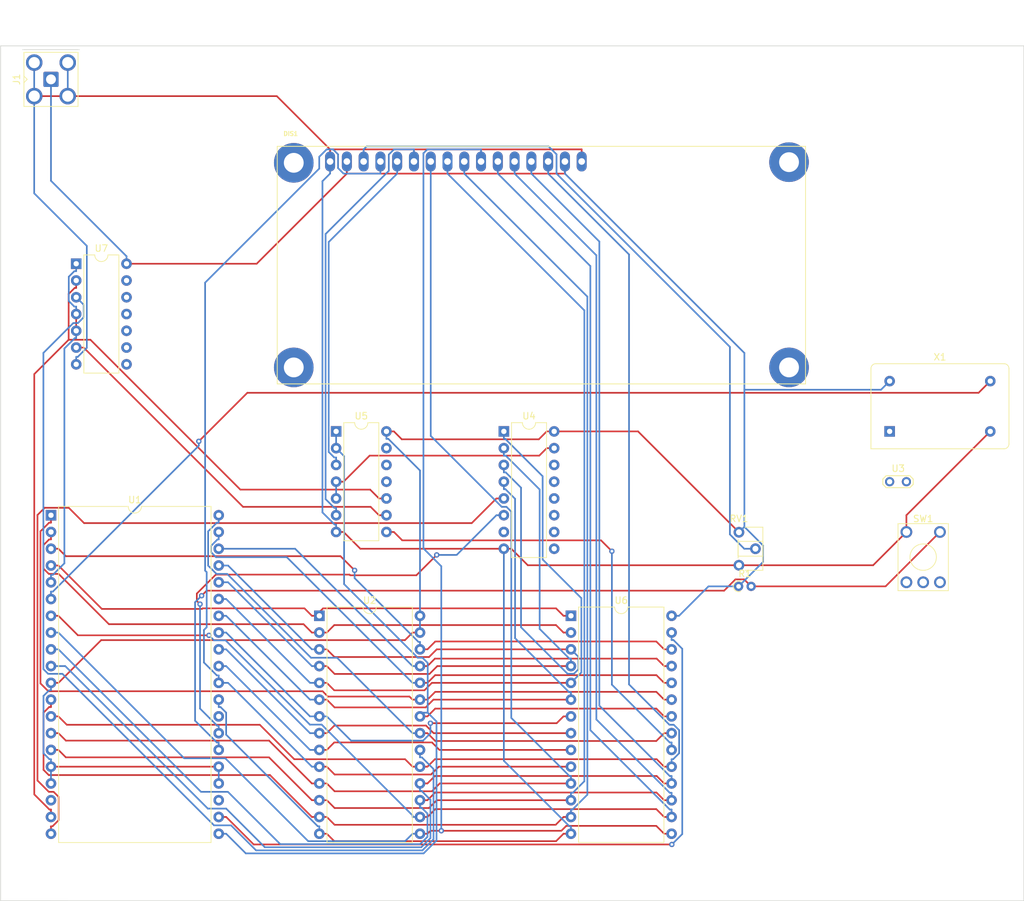
<source format=kicad_pcb>
(kicad_pcb (version 20221018) (generator pcbnew)
  (layers (0 "F.Cu" signal) (31 "B.Cu" signal) (34 "B.Paste" user) (35 "F.Paste" user) (36 "B.SilkS" user "B.Silkscreen") (37 "F.SilkS" user "F.Silkscreen") (38 "B.Mask" user) (39 "F.Mask" user) (44 "Edge.Cuts" user))
  (net 0 "")
  (net 1 "GND")
  (net 2 "+5V")
  (net 3 "Net-(DIS1-PadP$3)")
  (net 4 "/A0")
  (net 5 "Net-(DIS1-PadP$5)")
  (net 6 "Net-(DIS1-PadP$6)")
  (net 7 "/D0")
  (net 8 "/D1")
  (net 9 "/D2")
  (net 10 "/D3")
  (net 11 "/D4")
  (net 12 "/D5")
  (net 13 "/D6")
  (net 14 "/D7")
  (net 15 "Net-(U1-~{RESET})")
  (net 16 "/A11")
  (net 17 "/A12")
  (net 18 "/A13")
  (net 19 "/A14")
  (net 20 "/A15")
  (net 21 "Net-(U1-~{CLK})")
  (net 23 "~{MREQ}")
  (net 24 "~{IORQ}")
  (net 25 "~{RD}")
  (net 26 "~{WR}")
  (net 28 "~{M1}")
  (net 30 "/A1")
  (net 31 "/A2")
  (net 32 "/A3")
  (net 33 "/A4")
  (net 34 "/A5")
  (net 35 "/A6")
  (net 36 "/A7")
  (net 37 "/A8")
  (net 38 "/A9")
  (net 39 "/A10")
  (net 40 "Net-(U2-~{CS})")
  (net 48 "Net-(U4-O0)")
  (net 49 "Net-(U6-~{CS})")
  (net 50 "Net-(U5-Pad9)")
  (footprint "Potentiometer_THT:Potentiometer_ACP_CA6-H2,5_Horizontal" (layer "F.Cu") (at 160.06 106.72)
    (fp_text reference "RV1")
    (fp_text value "R_Potentiometer")
  )
  (footprint "Resistor_THT:R_Axial_DIN0204_L3.6mm_D1.6mm_P1.90mm_Vertical" (layer "F.Cu") (at 160.01 114.92)
    (fp_text reference "R1")
    (fp_text value "R_Small")
  )
  (footprint "Downloads:16026-16X2" (layer "F.Cu") (at 90.145 48.245)
    (fp_text reference "DIS1")
    (fp_text value "HD44780")
  )
  (footprint "Connector_Coaxial:SMA_Amphenol_901-143_Horizontal" (layer "F.Cu") (at 55.88 38.1)
    (fp_text reference "J1")
    (fp_text value "Conn_Coaxial_Power")
    (fp_line (start 4.3 -4.5) (end -4.3 -4.5) (stroke (width 0.1)) (layer "Edge.Cuts"))
  )
  (footprint "Button_Switch_THT:KSA_Tactile_SPST" (layer "F.Cu") (at 185.42 106.68)
    (fp_text reference "SW1")
    (fp_text value "SW_Push")
  )
  (footprint "Oscillator:Oscillator_DIP-14" (layer "F.Cu") (at 182.88 91.44)
    (fp_text reference "X1")
    (fp_text value "CXO_DIP14")
  )
  (footprint "Package_DIP:DIP-14_W7.62mm" (layer "F.Cu") (at 99.06 91.44)
    (fp_text reference "U5")
    (fp_text value "74LS00")
  )
  (footprint "Package_DIP:DIP-28_W15.24mm" (layer "F.Cu") (at 134.62 119.38)
    (fp_text reference "U6")
    (fp_text value "KM62256CLP")
  )
  (footprint "TestPoint:TestPoint_2Pads_Pitch2.54mm_Drill0.8mm" (layer "F.Cu") (at 182.88 99.06)
    (fp_text reference "U3")
    (fp_text value "~")
  )
  (footprint "Package_DIP:DIP-28_W15.24mm" (layer "F.Cu") (at 96.52 119.38)
    (fp_text reference "U2")
    (fp_text value "28C256")
  )
  (footprint "Package_DIP:DIP-14_W7.62mm" (layer "F.Cu") (at 59.7 66.035)
    (fp_text reference "U7")
    (fp_text value "74LS00")
  )
  (footprint "Package_DIP:DIP-40_W25.4mm" (layer "F.Cu") (at 55.88 104.14)
    (fp_text reference "U1")
    (fp_text value "Z80CPU")
  )
  (footprint "Package_DIP:DIP-16_W7.62mm" (layer "F.Cu") (at 124.46 91.44)
    (fp_text reference "U4")
    (fp_text value "74LS138")
  )
  (gr_line (start 203.2 34.29) (end 203.2 33.02) (stroke (width 0.1)) (layer "Edge.Cuts"))
  (gr_line (start 203.2 33.02) (end 48.26 33.02) (stroke (width 0.1)) (layer "Edge.Cuts"))
  (gr_line (start 48.26 33.02) (end 48.26 162.56) (stroke (width 0.1)) (layer "Edge.Cuts"))
  (gr_line (start 48.26 162.56) (end 203.2 162.56) (stroke (width 0.1)) (layer "Edge.Cuts"))
  (gr_line (start 48.26 162.56) (end 55.88 162.56) (stroke (width 0.1)) (layer "Edge.Cuts"))
  (gr_line (start 203.2 162.56) (end 203.2 34.29) (stroke (width 0.1)) (layer "Edge.Cuts"))
  (gr_line (start 55.88 162.56) (end 58.42 162.56) (stroke (width 0.1)) (layer "Edge.Cuts"))
  (segment (start 180.38 111.72) (end 185.42 106.68) (width 0.25) (layer "F.Cu") (net 1))
  (segment (start 185.42 106.68) (end 185.42 104.14) (width 0.25) (layer "F.Cu") (net 1))
  (segment (start 185.42 104.14) (end 198.12 91.44) (width 0.25) (layer "F.Cu") (net 1))
  (segment (start 98.145 50.545) (end 98.145 48.7101) (width 0.25) (layer "F.Cu") (net 1))
  (segment (start 134.62 152.4) (end 133.4931 152.4) (width 0.25) (layer "F.Cu") (net 1))
  (segment (start 128.0869 111.72) (end 160.06 111.72) (width 0.25) (layer "F.Cu") (net 1))
  (segment (start 90.0749 40.64) (end 98.145 48.7101) (width 0.25) (layer "F.Cu") (net 1))
  (segment (start 100.1869 106.68) (end 102.7269 109.22) (width 0.25) (layer "F.Cu") (net 1))
  (segment (start 133.4931 152.4) (end 132.3662 153.5269) (width 0.25) (layer "F.Cu") (net 1))
  (segment (start 125.5869 109.22) (end 128.0869 111.72) (width 0.25) (layer "F.Cu") (net 1))
  (segment (start 124.46 109.22) (end 125.5869 109.22) (width 0.25) (layer "F.Cu") (net 1))
  (segment (start 102.7269 109.22) (end 124.46 109.22) (width 0.25) (layer "F.Cu") (net 1))
  (segment (start 98.145 48.7101) (end 136.245 48.7101) (width 0.25) (layer "F.Cu") (net 1))
  (segment (start 99.06 106.68) (end 100.1869 106.68) (width 0.25) (layer "F.Cu") (net 1))
  (segment (start 98.7738 153.5269) (end 97.6469 152.4) (width 0.25) (layer "F.Cu") (net 1))
  (segment (start 160.06 111.72) (end 180.38 111.72) (width 0.25) (layer "F.Cu") (net 1))
  (segment (start 53.34 40.64) (end 58.42 40.64) (width 0.25) (layer "F.Cu") (net 1))
  (segment (start 58.42 40.64) (end 90.0749 40.64) (width 0.25) (layer "F.Cu") (net 1))
  (segment (start 136.245 50.545) (end 136.245 48.7101) (width 0.25) (layer "F.Cu") (net 1))
  (segment (start 96.52 152.4) (end 97.6469 152.4) (width 0.25) (layer "F.Cu") (net 1))
  (segment (start 132.3662 153.5269) (end 98.7738 153.5269) (width 0.25) (layer "F.Cu") (net 1))
  (segment (start 82.4069 134.052) (end 82.4069 137.3935) (width 0.25) (layer "B.Cu") (net 1))
  (segment (start 134.3865 151.2731) (end 134.62 151.2731) (width 0.25) (layer "B.Cu") (net 1))
  (segment (start 81.5618 133.2069) (end 82.4069 134.052) (width 0.25) (layer "B.Cu") (net 1))
  (segment (start 59.9335 80.1481) (end 61.3028 78.7788) (width 0.25) (layer "B.Cu") (net 1))
  (segment (start 61.3028 78.7788) (end 61.3028 63.3277) (width 0.25) (layer "B.Cu") (net 1))
  (segment (start 124.46 109.22) (end 124.46 141.3466) (width 0.25) (layer "B.Cu") (net 1))
  (segment (start 58.42 35.56) (end 58.42 40.64) (width 0.25) (layer "B.Cu") (net 1))
  (segment (start 134.62 152.4) (end 134.62 151.2731) (width 0.25) (layer "B.Cu") (net 1))
  (segment (start 61.3028 63.3277) (end 53.34 55.3649) (width 0.25) (layer "B.Cu") (net 1))
  (segment (start 96.52 152.4) (end 96.52 151.2731) (width 0.25) (layer "B.Cu") (net 1))
  (segment (start 98.8265 105.5531) (end 99.06 105.5531) (width 0.25) (layer "B.Cu") (net 1))
  (segment (start 96.9912 53.5337) (end 96.9912 103.7178) (width 0.25) (layer "B.Cu") (net 1))
  (segment (start 59.7 80.1481) (end 59.9335 80.1481) (width 0.25) (layer "B.Cu") (net 1))
  (segment (start 53.34 55.3649) (end 53.34 40.64) (width 0.25) (layer "B.Cu") (net 1))
  (segment (start 81.28 133.2069) (end 81.5618 133.2069) (width 0.25) (layer "B.Cu") (net 1))
  (segment (start 99.06 106.68) (end 99.06 105.5531) (width 0.25) (layer "B.Cu") (net 1))
  (segment (start 98.145 52.3799) (end 96.9912 53.5337) (width 0.25) (layer "B.Cu") (net 1))
  (segment (start 96.9912 103.7178) (end 98.8265 105.5531) (width 0.25) (layer "B.Cu") (net 1))
  (segment (start 124.46 141.3466) (end 134.3865 151.2731) (width 0.25) (layer "B.Cu") (net 1))
  (segment (start 53.34 35.56) (end 53.34 40.64) (width 0.25) (layer "B.Cu") (net 1))
  (segment (start 59.7 81.275) (end 59.7 80.1481) (width 0.25) (layer "B.Cu") (net 1))
  (segment (start 81.28 132.08) (end 81.28 133.2069) (width 0.25) (layer "B.Cu") (net 1))
  (segment (start 96.2865 151.2731) (end 96.52 151.2731) (width 0.25) (layer "B.Cu") (net 1))
  (segment (start 82.4069 137.3935) (end 96.2865 151.2731) (width 0.25) (layer "B.Cu") (net 1))
  (segment (start 98.145 50.545) (end 98.145 52.3799) (width 0.25) (layer "B.Cu") (net 1))
  (segment (start 106.68 91.44) (end 107.8069 91.44) (width 0.25) (layer "F.Cu") (net 2))
  (segment (start 109.0046 92.6377) (end 107.8069 91.44) (width 0.25) (layer "F.Cu") (net 2))
  (segment (start 63.4821 123.0648) (end 109.4883 123.0648) (width 0.25) (layer "F.Cu") (net 2))
  (segment (start 67.32 66.035) (end 87.0299 66.035) (width 0.25) (layer "F.Cu") (net 2))
  (segment (start 109.4883 123.0648) (end 110.6331 121.92) (width 0.25) (layer "F.Cu") (net 2))
  (segment (start 132.08 91.44) (end 130.9531 91.44) (width 0.25) (layer "F.Cu") (net 2))
  (segment (start 100.685 50.545) (end 100.685 52.3799) (width 0.25) (layer "F.Cu") (net 2))
  (segment (start 130.9531 91.44) (end 129.7554 92.6377) (width 0.25) (layer "F.Cu") (net 2))
  (segment (start 129.7554 92.6377) (end 109.0046 92.6377) (width 0.25) (layer "F.Cu") (net 2))
  (segment (start 133.705 50.545) (end 133.705 52.3799) (width 0.25) (layer "F.Cu") (net 2))
  (segment (start 133.705 52.3799) (end 100.685 52.3799) (width 0.25) (layer "F.Cu") (net 2))
  (segment (start 111.76 121.92) (end 110.6331 121.92) (width 0.25) (layer "F.Cu") (net 2))
  (segment (start 55.88 142.24) (end 81.28 142.24) (width 0.25) (layer "F.Cu") (net 2))
  (segment (start 87.0299 66.035) (end 100.685 52.3799) (width 0.25) (layer "F.Cu") (net 2))
  (segment (start 160.06 106.72) (end 144.78 91.44) (width 0.25) (layer "F.Cu") (net 2))
  (segment (start 55.88 129.54) (end 57.0069 129.54) (width 0.25) (layer "F.Cu") (net 2))
  (segment (start 57.0069 129.54) (end 63.4821 123.0648) (width 0.25) (layer "F.Cu") (net 2))
  (segment (start 144.78 91.44) (end 132.08 91.44) (width 0.25) (layer "F.Cu") (net 2))
  (segment (start 111.76 119.38) (end 111.76 97.3652) (width 0.25) (layer "B.Cu") (net 2))
  (segment (start 181.5737 85.1263) (end 160.8851 85.1263) (width 0.25) (layer "B.Cu") (net 2))
  (segment (start 55.5983 130.6669) (end 55.88 130.6669) (width 0.25) (layer "B.Cu") (net 2))
  (segment (start 149.86 119.38) (end 150.9869 119.38) (width 0.25) (layer "B.Cu") (net 2))
  (segment (start 67.32 66.035) (end 67.32 64.9081) (width 0.25) (layer "B.Cu") (net 2))
  (segment (start 55.88 141.1131) (end 55.6465 141.1131) (width 0.25) (layer "B.Cu") (net 2))
  (segment (start 55.88 142.24) (end 55.88 141.1131) (width 0.25) (layer "B.Cu") (net 2))
  (segment (start 55.88 53.4681) (end 55.88 38.1) (width 0.25) (layer "B.Cu") (net 2))
  (segment (start 67.32 64.9081) (end 55.88 53.4681) (width 0.25) (layer "B.Cu") (net 2))
  (segment (start 160.8851 85.1263) (end 160.8851 105.8949) (width 0.25) (layer "B.Cu") (net 2))
  (segment (start 106.9617 92.5669) (end 111.76 97.3652) (width 0.25) (layer "B.Cu") (net 2))
  (segment (start 160.01 114.92) (end 155.4469 114.92) (width 0.25) (layer "B.Cu") (net 2))
  (segment (start 106.68 91.44) (end 106.68 92.5669) (width 0.25) (layer "B.Cu") (net 2))
  (segment (start 182.88 83.82) (end 181.5737 85.1263) (width 0.25) (layer "B.Cu") (net 2))
  (segment (start 106.68 92.5669) (end 106.9617 92.5669) (width 0.25) (layer "B.Cu") (net 2))
  (segment (start 55.88 144.78) (end 55.88 142.24) (width 0.25) (layer "B.Cu") (net 2))
  (segment (start 160.8851 105.8949) (end 163.7162 108.726) (width 0.25) (layer "B.Cu") (net 2))
  (segment (start 163.7162 111.2138) (end 160.01 114.92) (width 0.25) (layer "B.Cu") (net 2))
  (segment (start 54.7487 140.2153) (end 54.7487 131.5165) (width 0.25) (layer "B.Cu") (net 2))
  (segment (start 160.8851 85.1263) (end 160.8851 79.56) (width 0.25) (layer "B.Cu") (net 2))
  (segment (start 55.6465 141.1131) (end 54.7487 140.2153) (width 0.25) (layer "B.Cu") (net 2))
  (segment (start 160.8851 79.56) (end 133.705 52.3799) (width 0.25) (layer "B.Cu") (net 2))
  (segment (start 81.28 142.24) (end 81.28 144.78) (width 0.25) (layer "B.Cu") (net 2))
  (segment (start 111.76 119.38) (end 111.76 121.92) (width 0.25) (layer "B.Cu") (net 2))
  (segment (start 163.7162 108.726) (end 163.7162 111.2138) (width 0.25) (layer "B.Cu") (net 2))
  (segment (start 133.705 50.545) (end 133.705 52.3799) (width 0.25) (layer "B.Cu") (net 2))
  (segment (start 155.4469 114.92) (end 150.9869 119.38) (width 0.25) (layer "B.Cu") (net 2))
  (segment (start 54.7487 131.5165) (end 55.5983 130.6669) (width 0.25) (layer "B.Cu") (net 2))
  (segment (start 55.88 129.54) (end 55.88 130.6669) (width 0.25) (layer "B.Cu") (net 2))
  (segment (start 160.06 106.72) (end 160.8851 105.8949) (width 0.25) (layer "B.Cu") (net 2))
  (segment (start 103.225 50.545) (end 103.225 48.7101) (width 0.25) (layer "B.Cu") (net 3))
  (segment (start 132.435 52.3784) (end 132.435 49.4547) (width 0.25) (layer "B.Cu") (net 3))
  (segment (start 103.6799 48.2552) (end 103.225 48.7101) (width 0.25) (layer "B.Cu") (net 3))
  (segment (start 131.2355 48.2552) (end 103.6799 48.2552) (width 0.25) (layer "B.Cu") (net 3))
  (segment (start 160.8628 109.22) (end 158.6928 107.05) (width 0.25) (layer "B.Cu") (net 3))
  (segment (start 162.56 109.22) (end 160.8628 109.22) (width 0.25) (layer "B.Cu") (net 3))
  (segment (start 158.6928 107.05) (end 158.6928 78.6362) (width 0.25) (layer "B.Cu") (net 3))
  (segment (start 132.435 49.4547) (end 131.2355 48.2552) (width 0.25) (layer "B.Cu") (net 3))
  (segment (start 158.6928 78.6362) (end 132.435 52.3784) (width 0.25) (layer "B.Cu") (net 3))
  (segment (start 114.6144 142.24) (end 134.62 142.24) (width 0.25) (layer "F.Cu") (net 4))
  (segment (start 96.52 142.24) (end 97.6469 142.24) (width 0.25) (layer "F.Cu") (net 4))
  (segment (start 97.6469 142.24) (end 98.8322 143.4253) (width 0.25) (layer "F.Cu") (net 4))
  (segment (start 98.8322 143.4253) (end 113.4291 143.4253) (width 0.25) (layer "F.Cu") (net 4))
  (segment (start 113.4291 143.4253) (end 114.6144 142.24) (width 0.25) (layer "F.Cu") (net 4))
  (segment (start 96.5062 49.8277) (end 97.6291 48.7048) (width 0.25) (layer "B.Cu") (net 4))
  (segment (start 96.52 142.24) (end 95.3931 142.24) (width 0.25) (layer "B.Cu") (net 4))
  (segment (start 79.2209 68.9026) (end 96.5062 51.6173) (width 0.25) (layer "B.Cu") (net 4))
  (segment (start 100.1868 52.3799) (end 105.765 52.3799) (width 0.25) (layer "B.Cu") (net 4))
  (segment (start 97.6291 48.7048) (end 98.593 48.7048) (width 0.25) (layer "B.Cu") (net 4))
  (segment (start 79.043 121.5278) (end 79.4561 121.1147) (width 0.25) (layer "B.Cu") (net 4))
  (segment (start 99.3507 51.5438) (end 100.1868 52.3799) (width 0.25) (layer "B.Cu") (net 4))
  (segment (start 79.2209 112.5307) (end 79.2209 68.9026) (width 0.25) (layer "B.Cu") (net 4))
  (segment (start 82.6931 129.54) (end 81.28 129.54) (width 0.25) (layer "B.Cu") (net 4))
  (segment (start 79.4561 112.7659) (end 79.2209 112.5307) (width 0.25) (layer "B.Cu") (net 4))
  (segment (start 79.043 126.4557) (end 79.043 121.5278) (width 0.25) (layer "B.Cu") (net 4))
  (segment (start 98.593 48.7048) (end 99.3507 49.4625) (width 0.25) (layer "B.Cu") (net 4))
  (segment (start 105.765 50.545) (end 105.765 52.3799) (width 0.25) (layer "B.Cu") (net 4))
  (segment (start 81.28 129.54) (end 81.28 128.4131) (width 0.25) (layer "B.Cu") (net 4))
  (segment (start 79.4561 121.1147) (end 79.4561 112.7659) (width 0.25) (layer "B.Cu") (net 4))
  (segment (start 96.5062 51.6173) (end 96.5062 49.8277) (width 0.25) (layer "B.Cu") (net 4))
  (segment (start 95.3931 142.24) (end 82.6931 129.54) (width 0.25) (layer "B.Cu") (net 4))
  (segment (start 81.28 128.4131) (end 81.0004 128.4131) (width 0.25) (layer "B.Cu") (net 4))
  (segment (start 99.3507 49.4625) (end 99.3507 51.5438) (width 0.25) (layer "B.Cu") (net 4))
  (segment (start 81.0004 128.4131) (end 79.043 126.4557) (width 0.25) (layer "B.Cu") (net 4))
  (segment (start 97.932 94.5468) (end 97.932 62.7529) (width 0.25) (layer "B.Cu") (net 5))
  (segment (start 97.932 62.7529) (end 108.305 52.3799) (width 0.25) (layer "B.Cu") (net 5))
  (segment (start 98.7783 95.3931) (end 97.932 94.5468) (width 0.25) (layer "B.Cu") (net 5))
  (segment (start 99.06 95.3931) (end 98.7783 95.3931) (width 0.25) (layer "B.Cu") (net 5))
  (segment (start 108.305 50.545) (end 108.305 52.3799) (width 0.25) (layer "B.Cu") (net 5))
  (segment (start 99.06 96.52) (end 99.06 95.3931) (width 0.25) (layer "B.Cu") (net 5))
  (segment (start 99.06 103.0131) (end 98.7783 103.0131) (width 0.25) (layer "B.Cu") (net 6))
  (segment (start 97.4616 101.6964) (end 97.4616 61.5359) (width 0.25) (layer "B.Cu") (net 6))
  (segment (start 98.7783 103.0131) (end 97.4616 101.6964) (width 0.25) (layer "B.Cu") (net 6))
  (segment (start 97.4616 61.5359) (end 107.035 51.9625) (width 0.25) (layer "B.Cu") (net 6))
  (segment (start 107.035 49.4957) (end 107.8206 48.7101) (width 0.25) (layer "B.Cu") (net 6))
  (segment (start 110.845 50.545) (end 110.845 48.7101) (width 0.25) (layer "B.Cu") (net 6))
  (segment (start 107.8206 48.7101) (end 110.845 48.7101) (width 0.25) (layer "B.Cu") (net 6))
  (segment (start 99.06 104.14) (end 99.06 103.0131) (width 0.25) (layer "B.Cu") (net 6))
  (segment (start 107.035 51.9625) (end 107.035 49.4957) (width 0.25) (layer "B.Cu") (net 6))
  (segment (start 88.903 138.2899) (end 95.3931 144.78) (width 0.25) (layer "F.Cu") (net 7))
  (segment (start 114.7515 144.78) (end 113.5609 145.9706) (width 0.25) (layer "F.Cu") (net 7))
  (segment (start 113.5609 145.9706) (end 98.8375 145.9706) (width 0.25) (layer "F.Cu") (net 7))
  (segment (start 96.52 144.78) (end 95.3931 144.78) (width 0.25) (layer "F.Cu") (net 7))
  (segment (start 55.88 137.16) (end 57.0069 137.16) (width 0.25) (layer "F.Cu") (net 7))
  (segment (start 98.8375 145.9706) (end 97.6469 144.78) (width 0.25) (layer "F.Cu") (net 7))
  (segment (start 58.1368 138.2899) (end 88.903 138.2899) (width 0.25) (layer "F.Cu") (net 7))
  (segment (start 57.0069 137.16) (end 58.1368 138.2899) (width 0.25) (layer "F.Cu") (net 7))
  (segment (start 134.62 144.78) (end 114.7515 144.78) (width 0.25) (layer "F.Cu") (net 7))
  (segment (start 96.52 144.78) (end 97.6469 144.78) (width 0.25) (layer "F.Cu") (net 7))
  (segment (start 125.5869 103.5967) (end 124.8602 102.87) (width 0.25) (layer "B.Cu") (net 7))
  (segment (start 134.62 143.6531) (end 134.3865 143.6531) (width 0.25) (layer "B.Cu") (net 7))
  (segment (start 134.62 144.78) (end 134.62 143.6531) (width 0.25) (layer "B.Cu") (net 7))
  (segment (start 125.5869 134.8535) (end 125.5869 103.5967) (width 0.25) (layer "B.Cu") (net 7))
  (segment (start 124.135 102.87) (end 113.385 92.12) (width 0.25) (layer "B.Cu") (net 7))
  (segment (start 134.3865 143.6531) (end 125.5869 134.8535) (width 0.25) (layer "B.Cu") (net 7))
  (segment (start 124.8602 102.87) (end 124.135 102.87) (width 0.25) (layer "B.Cu") (net 7))
  (segment (start 113.385 92.12) (end 113.385 50.545) (width 0.25) (layer "B.Cu") (net 7))
  (segment (start 98.8335 148.5066) (end 113.1095 148.5066) (width 0.25) (layer "F.Cu") (net 8))
  (segment (start 113.1095 148.5066) (end 114.2961 147.32) (width 0.25) (layer "F.Cu") (net 8))
  (segment (start 96.52 147.32) (end 97.6469 147.32) (width 0.25) (layer "F.Cu") (net 8))
  (segment (start 96.52 147.32) (end 95.3931 147.32) (width 0.25) (layer "F.Cu") (net 8))
  (segment (start 58.1338 140.8269) (end 88.9 140.8269) (width 0.25) (layer "F.Cu") (net 8))
  (segment (start 57.0069 139.7) (end 58.1338 140.8269) (width 0.25) (layer "F.Cu") (net 8))
  (segment (start 97.6469 147.32) (end 98.8335 148.5066) (width 0.25) (layer "F.Cu") (net 8))
  (segment (start 114.2961 147.32) (end 134.62 147.32) (width 0.25) (layer "F.Cu") (net 8))
  (segment (start 88.9 140.8269) (end 95.3931 147.32) (width 0.25) (layer "F.Cu") (net 8))
  (segment (start 55.88 139.7) (end 57.0069 139.7) (width 0.25) (layer "F.Cu") (net 8))
  (segment (start 136.6548 73.1097) (end 115.925 52.3799) (width 0.25) (layer "B.Cu") (net 8))
  (segment (start 134.62 147.32) (end 134.62 146.1931) (width 0.25) (layer "B.Cu") (net 8))
  (segment (start 134.9017 146.1931) (end 136.6548 144.44) (width 0.25) (layer "B.Cu") (net 8))
  (segment (start 136.6548 144.44) (end 136.6548 73.1097) (width 0.25) (layer "B.Cu") (net 8))
  (segment (start 134.62 146.1931) (end 134.9017 146.1931) (width 0.25) (layer "B.Cu") (net 8))
  (segment (start 115.925 50.545) (end 115.925 52.3799) (width 0.25) (layer "B.Cu") (net 8))
  (segment (start 54.7515 134.0537) (end 54.7515 142.722) (width 0.25) (layer "F.Cu") (net 9))
  (segment (start 132.3079 151.0452) (end 133.4931 149.86) (width 0.25) (layer "F.Cu") (net 9))
  (segment (start 96.52 149.86) (end 95.3931 149.86) (width 0.25) (layer "F.Cu") (net 9))
  (segment (start 134.62 149.86) (end 133.4931 149.86) (width 0.25) (layer "F.Cu") (net 9))
  (segment (start 55.5395 143.51) (end 89.0431 143.51) (width 0.25) (layer "F.Cu") (net 9))
  (segment (start 55.88 132.08) (end 55.88 133.2069) (width 0.25) (layer "F.Cu") (net 9))
  (segment (start 98.8321 151.0452) (end 132.3079 151.0452) (width 0.25) (layer "F.Cu") (net 9))
  (segment (start 54.7515 142.722) (end 55.5395 143.51) (width 0.25) (layer "F.Cu") (net 9))
  (segment (start 55.88 133.2069) (end 55.5983 133.2069) (width 0.25) (layer "F.Cu") (net 9))
  (segment (start 97.6469 149.86) (end 98.8321 151.0452) (width 0.25) (layer "F.Cu") (net 9))
  (segment (start 96.52 149.86) (end 97.6469 149.86) (width 0.25) (layer "F.Cu") (net 9))
  (segment (start 89.0431 143.51) (end 95.3931 149.86) (width 0.25) (layer "F.Cu") (net 9))
  (segment (start 55.5983 133.2069) (end 54.7515 134.0537) (width 0.25) (layer "F.Cu") (net 9))
  (segment (start 134.62 148.7331) (end 134.8535 148.7331) (width 0.25) (layer "B.Cu") (net 9))
  (segment (start 134.8535 148.7331) (end 137.1082 146.4784) (width 0.25) (layer "B.Cu") (net 9))
  (segment (start 137.1082 71.0231) (end 118.465 52.3799) (width 0.25) (layer "B.Cu") (net 9))
  (segment (start 134.62 149.86) (end 134.62 148.7331) (width 0.25) (layer "B.Cu") (net 9))
  (segment (start 118.465 50.545) (end 118.465 52.3799) (width 0.25) (layer "B.Cu") (net 9))
  (segment (start 137.1082 146.4784) (end 137.1082 71.0231) (width 0.25) (layer "B.Cu") (net 9))
  (segment (start 133.1692 151.9499) (end 133.9097 151.2094) (width 0.25) (layer "F.Cu") (net 10))
  (segment (start 147.5425 151.2094) (end 148.7331 152.4) (width 0.25) (layer "F.Cu") (net 10))
  (segment (start 133.9097 151.2094) (end 147.5425 151.2094) (width 0.25) (layer "F.Cu") (net 10))
  (segment (start 113.337 151.9499) (end 114.987 151.9499) (width 0.25) (layer "F.Cu") (net 10))
  (segment (start 112.8869 152.4) (end 113.337 151.9499) (width 0.25) (layer "F.Cu") (net 10))
  (segment (start 149.86 152.4) (end 148.7331 152.4) (width 0.25) (layer "F.Cu") (net 10))
  (segment (start 114.987 151.9499) (end 133.1692 151.9499) (width 0.25) (layer "F.Cu") (net 10))
  (segment (start 111.76 152.4) (end 112.8869 152.4) (width 0.25) (layer "F.Cu") (net 10))
  (via (at 114.987 151.9499) (size 0.8) (drill 0.4) (layers "F.Cu" "B.Cu") (net 10))
  (segment (start 76.0569 140.97) (end 57.0069 121.92) (width 0.25) (layer "B.Cu") (net 10))
  (segment (start 114.987 111.8783) (end 114.987 151.9499) (width 0.25) (layer "B.Cu") (net 10))
  (segment (start 55.88 121.92) (end 57.0069 121.92) (width 0.25) (layer "B.Cu") (net 10))
  (segment (start 109.5046 153.5285) (end 94.8302 153.5285) (width 0.25) (layer "B.Cu") (net 10))
  (segment (start 112.8666 48.7101) (end 112.2825 49.2942) (width 0.25) (layer "B.Cu") (net 10))
  (segment (start 82.2717 140.97) (end 76.0569 140.97) (width 0.25) (layer "B.Cu") (net 10))
  (segment (start 110.6331 152.4) (end 109.5046 153.5285) (width 0.25) (layer "B.Cu") (net 10))
  (segment (start 111.76 152.4) (end 110.6331 152.4) (width 0.25) (layer "B.Cu") (net 10))
  (segment (start 112.2825 49.2942) (end 112.2825 109.1738) (width 0.25) (layer "B.Cu") (net 10))
  (segment (start 112.2825 109.1738) (end 114.987 111.8783) (width 0.25) (layer "B.Cu") (net 10))
  (segment (start 121.005 48.7101) (end 112.8666 48.7101) (width 0.25) (layer "B.Cu") (net 10))
  (segment (start 121.005 50.545) (end 121.005 48.7101) (width 0.25) (layer "B.Cu") (net 10))
  (segment (start 94.8302 153.5285) (end 82.2717 140.97) (width 0.25) (layer "B.Cu") (net 10))
  (segment (start 147.5425 148.6694) (end 148.7331 149.86) (width 0.25) (layer "F.Cu") (net 11))
  (segment (start 55.88 119.38) (end 57.0069 119.38) (width 0.25) (layer "F.Cu") (net 11))
  (segment (start 114.0775 148.6694) (end 147.5425 148.6694) (width 0.25) (layer "F.Cu") (net 11))
  (segment (start 59.9648 122.3379) (end 79.8079 122.3379) (width 0.25) (layer "F.Cu") (net 11))
  (segment (start 57.0069 119.38) (end 59.9648 122.3379) (width 0.25) (layer "F.Cu") (net 11))
  (segment (start 112.8869 149.86) (end 114.0775 148.6694) (width 0.25) (layer "F.Cu") (net 11))
  (segment (start 111.76 149.86) (end 112.8869 149.86) (width 0.25) (layer "F.Cu") (net 11))
  (segment (start 149.86 149.86) (end 148.7331 149.86) (width 0.25) (layer "F.Cu") (net 11))
  (via (at 79.8079 122.3379) (size 0.8) (drill 0.4) (layers "F.Cu" "B.Cu") (net 11))
  (segment (start 137.5601 136.7101) (end 137.5601 66.395) (width 0.25) (layer "B.Cu") (net 11))
  (segment (start 149.5831 148.7331) (end 137.5601 136.7101) (width 0.25) (layer "B.Cu") (net 11))
  (segment (start 110.6331 149.86) (end 110.6331 149.6265) (width 0.25) (layer "B.Cu") (net 11))
  (segment (start 123.545 50.545) (end 123.545 52.3799) (width 0.25) (layer "B.Cu") (net 11))
  (segment (start 149.86 148.7331) (end 149.5831 148.7331) (width 0.25) (layer "B.Cu") (net 11))
  (segment (start 80.5739 123.1039) (end 79.8079 122.3379) (width 0.25) (layer "B.Cu") (net 11))
  (segment (start 137.5601 66.395) (end 123.545 52.3799) (width 0.25) (layer "B.Cu") (net 11))
  (segment (start 111.76 149.86) (end 110.6331 149.86) (width 0.25) (layer "B.Cu") (net 11))
  (segment (start 95.0871 135.8663) (end 82.3247 123.1039) (width 0.25) (layer "B.Cu") (net 11))
  (segment (start 82.3247 123.1039) (end 80.5739 123.1039) (width 0.25) (layer "B.Cu") (net 11))
  (segment (start 96.8729 135.8663) (end 95.0871 135.8663) (width 0.25) (layer "B.Cu") (net 11))
  (segment (start 149.86 149.86) (end 149.86 148.7331) (width 0.25) (layer "B.Cu") (net 11))
  (segment (start 110.6331 149.6265) (end 96.8729 135.8663) (width 0.25) (layer "B.Cu") (net 11))
  (segment (start 149.86 147.32) (end 148.7331 147.32) (width 0.25) (layer "F.Cu") (net 12))
  (segment (start 112.8869 147.32) (end 114.0545 146.1524) (width 0.25) (layer "F.Cu") (net 12))
  (segment (start 147.5655 146.1524) (end 148.7331 147.32) (width 0.25) (layer "F.Cu") (net 12))
  (segment (start 111.76 147.32) (end 112.8869 147.32) (width 0.25) (layer "F.Cu") (net 12))
  (segment (start 114.0545 146.1524) (end 147.5655 146.1524) (width 0.25) (layer "F.Cu") (net 12))
  (segment (start 82.67 146.05) (end 78.5969 146.05) (width 0.25) (layer "B.Cu") (net 12))
  (segment (start 112.8934 149.3468) (end 112.8934 152.8638) (width 0.25) (layer "B.Cu") (net 12))
  (segment (start 126.085 50.545) (end 126.085 52.3799) (width 0.25) (layer "B.Cu") (net 12))
  (segment (start 126.085 52.3799) (end 138.4712 64.7661) (width 0.25) (layer "B.Cu") (net 12))
  (segment (start 112.8934 152.8638) (end 111.7768 153.9804) (width 0.25) (layer "B.Cu") (net 12))
  (segment (start 111.76 148.4469) (end 111.9935 148.4469) (width 0.25) (layer "B.Cu") (net 12))
  (segment (start 149.5783 146.1931) (end 149.86 146.1931) (width 0.25) (layer "B.Cu") (net 12))
  (segment (start 111.76 147.32) (end 111.76 148.4469) (width 0.25) (layer "B.Cu") (net 12))
  (segment (start 138.4712 135.086) (end 149.5783 146.1931) (width 0.25) (layer "B.Cu") (net 12))
  (segment (start 90.6004 153.9804) (end 82.67 146.05) (width 0.25) (layer "B.Cu") (net 12))
  (segment (start 111.7768 153.9804) (end 90.6004 153.9804) (width 0.25) (layer "B.Cu") (net 12))
  (segment (start 149.86 147.32) (end 149.86 146.1931) (width 0.25) (layer "B.Cu") (net 12))
  (segment (start 138.4712 64.7661) (end 138.4712 135.086) (width 0.25) (layer "B.Cu") (net 12))
  (segment (start 111.9935 148.4469) (end 112.8934 149.3468) (width 0.25) (layer "B.Cu") (net 12))
  (segment (start 55.88 124.46) (end 57.0069 124.46) (width 0.25) (layer "B.Cu") (net 12))
  (segment (start 78.5969 146.05) (end 57.0069 124.46) (width 0.25) (layer "B.Cu") (net 12))
  (segment (start 114.016 143.6509) (end 147.604 143.6509) (width 0.25) (layer "F.Cu") (net 13))
  (segment (start 112.8869 144.78) (end 114.016 143.6509) (width 0.25) (layer "F.Cu") (net 13))
  (segment (start 147.604 143.6509) (end 148.7331 144.78) (width 0.25) (layer "F.Cu") (net 13))
  (segment (start 111.76 144.78) (end 112.8869 144.78) (width 0.25) (layer "F.Cu") (net 13))
  (segment (start 149.86 144.78) (end 148.7331 144.78) (width 0.25) (layer "F.Cu") (net 13))
  (segment (start 149.86 143.6531) (end 149.5782 143.6531) (width 0.25) (layer "B.Cu") (net 13))
  (segment (start 111.9496 154.4528) (end 113.3453 153.0571) (width 0.25) (layer "B.Cu") (net 13))
  (segment (start 58.0388 127) (end 79.6288 148.59) (width 0.25) (layer "B.Cu") (net 13))
  (segment (start 149.5782 143.6531) (end 138.9232 132.9981) (width 0.25) (layer "B.Cu") (net 13))
  (segment (start 113.3453 153.0571) (end 113.3453 147.2587) (width 0.25) (layer "B.Cu") (net 13))
  (segment (start 138.9232 62.6781) (end 128.625 52.3799) (width 0.25) (layer "B.Cu") (net 13))
  (segment (start 111.9935 145.9069) (end 111.76 145.9069) (width 0.25) (layer "B.Cu") (net 13))
  (segment (start 82.4054 148.59) (end 88.2682 154.4528) (width 0.25) (layer "B.Cu") (net 13))
  (segment (start 113.3453 147.2587) (end 111.9935 145.9069) (width 0.25) (layer "B.Cu") (net 13))
  (segment (start 111.76 144.78) (end 111.76 145.9069) (width 0.25) (layer "B.Cu") (net 13))
  (segment (start 88.2682 154.4528) (end 111.9496 154.4528) (width 0.25) (layer "B.Cu") (net 13))
  (segment (start 79.6288 148.59) (end 82.4054 148.59) (width 0.25) (layer "B.Cu") (net 13))
  (segment (start 149.86 144.78) (end 149.86 143.6531) (width 0.25) (layer "B.Cu") (net 13))
  (segment (start 55.88 127) (end 58.0388 127) (width 0.25) (layer "B.Cu") (net 13))
  (segment (start 138.9232 132.9981) (end 138.9232 62.6781) (width 0.25) (layer "B.Cu") (net 13))
  (segment (start 128.625 50.545) (end 128.625 52.3799) (width 0.25) (layer "B.Cu") (net 13))
  (segment (start 112.3235 142.24) (end 112.8869 142.24) (width 0.25) (layer "F.Cu") (net 14))
  (segment (start 110.6331 142.24) (end 109.5062 141.1131) (width 0.25) (layer "F.Cu") (net 14))
  (segment (start 87.5012 135.89) (end 58.2769 135.89) (width 0.25) (layer "F.Cu") (net 14))
  (segment (start 149.86 142.24) (end 148.7331 142.24) (width 0.25) (layer "F.Cu") (net 14))
  (segment (start 112.8869 142.24) (end 114.0196 141.1073) (width 0.25) (layer "F.Cu") (net 14))
  (segment (start 92.7243 141.1131) (end 87.5012 135.89) (width 0.25) (layer "F.Cu") (net 14))
  (segment (start 112.3235 142.24) (end 111.76 142.24) (width 0.25) (layer "F.Cu") (net 14))
  (segment (start 109.5062 141.1131) (end 92.7243 141.1131) (width 0.25) (layer "F.Cu") (net 14))
  (segment (start 147.6004 141.1073) (end 148.7331 142.24) (width 0.25) (layer "F.Cu") (net 14))
  (segment (start 114.0196 141.1073) (end 147.6004 141.1073) (width 0.25) (layer "F.Cu") (net 14))
  (segment (start 111.76 142.24) (end 110.6331 142.24) (width 0.25) (layer "F.Cu") (net 14))
  (segment (start 55.88 134.62) (end 57.0069 134.62) (width 0.25) (layer "F.Cu") (net 14))
  (segment (start 58.2769 135.89) (end 57.0069 134.62) (width 0.25) (layer "F.Cu") (net 14))
  (segment (start 151.0026 136.7061) (end 150.1865 135.89) (width 0.25) (layer "B.Cu") (net 14))
  (segment (start 149.5324 135.89) (end 143.414 129.7716) (width 0.25) (layer "B.Cu") (net 14))
  (segment (start 149.86 141.1131) (end 150.0935 141.1131) (width 0.25) (layer "B.Cu") (net 14))
  (segment (start 149.86 142.24) (end 149.86 141.1131) (width 0.25) (layer "B.Cu") (net 14))
  (segment (start 151.0026 140.204) (end 151.0026 136.7061) (width 0.25) (layer "B.Cu") (net 14))
  (segment (start 131.165 50.545) (end 131.165 52.3799) (width 0.25) (layer "B.Cu") (net 14))
  (segment (start 150.0935 141.1131) (end 151.0026 140.204) (width 0.25) (layer "B.Cu") (net 14))
  (segment (start 150.1865 135.89) (end 149.5324 135.89) (width 0.25) (layer "B.Cu") (net 14))
  (segment (start 143.414 129.7716) (end 143.414 64.6289) (width 0.25) (layer "B.Cu") (net 14))
  (segment (start 143.414 64.6289) (end 131.165 52.3799) (width 0.25) (layer "B.Cu") (net 14))
  (segment (start 161.91 114.92) (end 160.8501 113.8601) (width 0.25) (layer "F.Cu") (net 15))
  (segment (start 157.8158 115.57) (end 79.4552 115.57) (width 0.25) (layer "F.Cu") (net 15))
  (segment (start 190.5 106.68) (end 182.26 114.92) (width 0.25) (layer "F.Cu") (net 15))
  (segment (start 159.5257 113.8601) (end 157.8158 115.57) (width 0.25) (layer "F.Cu") (net 15))
  (segment (start 182.26 114.92) (end 161.91 114.92) (width 0.25) (layer "F.Cu") (net 15))
  (segment (start 79.4552 115.57) (end 78.6911 116.3341) (width 0.25) (layer "F.Cu") (net 15))
  (segment (start 160.8501 113.8601) (end 159.5257 113.8601) (width 0.25) (layer "F.Cu") (net 15))
  (via (at 78.6911 116.3341) (size 0.8) (drill 0.4) (layers "F.Cu" "B.Cu") (net 15))
  (segment (start 80.9983 138.5731) (end 77.7009 135.2757) (width 0.25) (layer "B.Cu") (net 15))
  (segment (start 81.28 139.7) (end 81.28 138.5731) (width 0.25) (layer "B.Cu") (net 15))
  (segment (start 77.7009 135.2757) (end 77.7009 117.3243) (width 0.25) (layer "B.Cu") (net 15))
  (segment (start 81.28 138.5731) (end 80.9983 138.5731) (width 0.25) (layer "B.Cu") (net 15))
  (segment (start 77.7009 117.3243) (end 78.6911 116.3341) (width 0.25) (layer "B.Cu") (net 15))
  (segment (start 148.7331 132.08) (end 147.5525 130.8994) (width 0.25) (layer "F.Cu") (net 16))
  (segment (start 149.86 132.08) (end 148.7331 132.08) (width 0.25) (layer "F.Cu") (net 16))
  (segment (start 111.76 132.08) (end 112.8869 132.08) (width 0.25) (layer "F.Cu") (net 16))
  (segment (start 97.0138 130.81) (end 55.474 130.81) (width 0.25) (layer "F.Cu") (net 16))
  (segment (start 54.2863 129.6223) (end 54.2863 106.5789) (width 0.25) (layer "F.Cu") (net 16))
  (segment (start 55.88 104.14) (end 55.88 105.2669) (width 0.25) (layer "F.Cu") (net 16))
  (segment (start 55.5983 105.2669) (end 55.88 105.2669) (width 0.25) (layer "F.Cu") (net 16))
  (segment (start 97.8169 131.6131) (end 97.0138 130.81) (width 0.25) (layer "F.Cu") (net 16))
  (segment (start 54.2863 106.5789) (end 55.5983 105.2669) (width 0.25) (layer "F.Cu") (net 16))
  (segment (start 110.6331 132.08) (end 110.1662 131.6131) (width 0.25) (layer "F.Cu") (net 16))
  (segment (start 111.76 132.08) (end 110.6331 132.08) (width 0.25) (layer "F.Cu") (net 16))
  (segment (start 55.474 130.81) (end 54.2863 129.6223) (width 0.25) (layer "F.Cu") (net 16))
  (segment (start 110.1662 131.6131) (end 97.8169 131.6131) (width 0.25) (layer "F.Cu") (net 16))
  (segment (start 147.5525 130.8994) (end 114.0675 130.8994) (width 0.25) (layer "F.Cu") (net 16))
  (segment (start 114.0675 130.8994) (end 112.8869 132.08) (width 0.25) (layer "F.Cu") (net 16))
  (segment (start 96.52 121.92) (end 95.3931 121.92) (width 0.25) (layer "F.Cu") (net 17))
  (segment (start 55.88 106.68) (end 55.88 107.8069) (width 0.25) (layer "F.Cu") (net 17))
  (segment (start 134.62 121.92) (end 133.4931 121.92) (width 0.25) (layer "F.Cu") (net 17))
  (segment (start 55.5511 113.03) (end 54.7382 112.2171) (width 0.25) (layer "F.Cu") (net 17))
  (segment (start 57.0383 113.03) (end 55.5511 113.03) (width 0.25) (layer "F.Cu") (net 17))
  (segment (start 95.3931 121.92) (end 94.1216 120.6485) (width 0.25) (layer "F.Cu") (net 17))
  (segment (start 96.52 121.92) (end 97.6469 121.92) (width 0.25) (layer "F.Cu") (net 17))
  (segment (start 98.7797 120.7872) (end 132.3603 120.7872) (width 0.25) (layer "F.Cu") (net 17))
  (segment (start 54.7382 108.667) (end 55.5983 107.8069) (width 0.25) (layer "F.Cu") (net 17))
  (segment (start 132.3603 120.7872) (end 133.4931 121.92) (width 0.25) (layer "F.Cu") (net 17))
  (segment (start 94.1216 120.6485) (end 64.6568 120.6485) (width 0.25) (layer "F.Cu") (net 17))
  (segment (start 55.5983 107.8069) (end 55.88 107.8069) (width 0.25) (layer "F.Cu") (net 17))
  (segment (start 64.6568 120.6485) (end 57.0383 113.03) (width 0.25) (layer "F.Cu") (net 17))
  (segment (start 97.6469 121.92) (end 98.7797 120.7872) (width 0.25) (layer "F.Cu") (net 17))
  (segment (start 54.7382 112.2171) (end 54.7382 108.667) (width 0.25) (layer "F.Cu") (net 17))
  (segment (start 58.1338 110.3469) (end 99.7184 110.3469) (width 0.25) (layer "F.Cu") (net 18))
  (segment (start 111.76 124.46) (end 112.8869 124.46) (width 0.25) (layer "F.Cu") (net 18))
  (segment (start 57.0069 109.22) (end 58.1338 110.3469) (width 0.25) (layer "F.Cu") (net 18))
  (segment (start 114.0775 123.2694) (end 147.5425 123.2694) (width 0.25) (layer "F.Cu") (net 18))
  (segment (start 55.88 109.22) (end 57.0069 109.22) (width 0.25) (layer "F.Cu") (net 18))
  (segment (start 99.7184 110.3469) (end 101.857 112.4855) (width 0.25) (layer "F.Cu") (net 18))
  (segment (start 149.86 124.46) (end 148.7331 124.46) (width 0.25) (layer "F.Cu") (net 18))
  (segment (start 112.8869 124.46) (end 114.0775 123.2694) (width 0.25) (layer "F.Cu") (net 18))
  (segment (start 147.5425 123.2694) (end 148.7331 124.46) (width 0.25) (layer "F.Cu") (net 18))
  (via (at 101.857 112.4855) (size 0.8) (drill 0.4) (layers "F.Cu" "B.Cu") (net 18))
  (segment (start 111.76 124.46) (end 111.76 123.3331) (width 0.25) (layer "B.Cu") (net 18))
  (segment (start 111.5265 123.3331) (end 111.76 123.3331) (width 0.25) (layer "B.Cu") (net 18))
  (segment (start 101.857 113.6636) (end 111.5265 123.3331) (width 0.25) (layer "B.Cu") (net 18))
  (segment (start 101.857 112.4855) (end 101.857 113.6636) (width 0.25) (layer "B.Cu") (net 18))
  (segment (start 95.9566 119.38) (end 95.3931 119.38) (width 0.25) (layer "F.Cu") (net 19))
  (segment (start 96.52 119.38) (end 95.9566 119.38) (width 0.25) (layer "F.Cu") (net 19))
  (segment (start 78.8361 118.2531) (end 94.2662 118.2531) (width 0.25) (layer "F.Cu") (net 19))
  (segment (start 95.9566 119.38) (end 97.0835 118.2531) (width 0.25) (layer "F.Cu") (net 19))
  (segment (start 94.2662 118.2531) (end 95.3931 119.38) (width 0.25) (layer "F.Cu") (net 19))
  (segment (start 97.0835 118.2531) (end 132.3662 118.2531) (width 0.25) (layer "F.Cu") (net 19))
  (segment (start 63.5846 118.3377) (end 78.7515 118.3377) (width 0.25) (layer "F.Cu") (net 19))
  (segment (start 57.0069 111.76) (end 63.5846 118.3377) (width 0.25) (layer "F.Cu") (net 19))
  (segment (start 55.88 111.76) (end 57.0069 111.76) (width 0.25) (layer "F.Cu") (net 19))
  (segment (start 132.3662 118.2531) (end 133.4931 119.38) (width 0.25) (layer "F.Cu") (net 19))
  (segment (start 78.7515 118.3377) (end 78.8361 118.2531) (width 0.25) (layer "F.Cu") (net 19))
  (segment (start 134.62 119.38) (end 133.4931 119.38) (width 0.25) (layer "F.Cu") (net 19))
  (segment (start 59.7 76.195) (end 59.7 73.655) (width 0.25) (layer "F.Cu") (net 20))
  (segment (start 59.4665 77.3219) (end 59.7 77.3219) (width 0.25) (layer "B.Cu") (net 20))
  (segment (start 59.7 73.655) (end 59.7 72.5281) (width 0.25) (layer "B.Cu") (net 20))
  (segment (start 56.1618 113.1731) (end 57.9107 111.4242) (width 0.25) (layer "B.Cu") (net 20))
  (segment (start 57.9107 111.4242) (end 57.9107 78.8777) (width 0.25) (layer "B.Cu") (net 20))
  (segment (start 58.5731 71.6829) (end 58.5731 68.007) (width 0.25) (layer "B.Cu") (net 20))
  (segment (start 55.88 113.1731) (end 56.1618 113.1731) (width 0.25) (layer "B.Cu") (net 20))
  (segment (start 59.4182 67.1619) (end 59.7 67.1619) (width 0.25) (layer "B.Cu") (net 20))
  (segment (start 55.88 114.3) (end 55.88 113.1731) (width 0.25) (layer "B.Cu") (net 20))
  (segment (start 59.7 66.035) (end 59.7 67.1619) (width 0.25) (layer "B.Cu") (net 20))
  (segment (start 57.9107 78.8777) (end 59.4665 77.3219) (width 0.25) (layer "B.Cu") (net 20))
  (segment (start 58.5731 68.007) (end 59.4182 67.1619) (width 0.25) (layer "B.Cu") (net 20))
  (segment (start 59.7 72.5281) (end 59.4183 72.5281) (width 0.25) (layer "B.Cu") (net 20))
  (segment (start 59.7 76.195) (end 59.7 77.3219) (width 0.25) (layer "B.Cu") (net 20))
  (segment (start 59.4183 72.5281) (end 58.5731 71.6829) (width 0.25) (layer "B.Cu") (net 20))
  (segment (start 85.613 85.5911) (end 196.3489 85.5911) (width 0.25) (layer "F.Cu") (net 21))
  (segment (start 78.2665 92.9376) (end 85.613 85.5911) (width 0.25) (layer "F.Cu") (net 21))
  (segment (start 196.3489 85.5911) (end 198.12 83.82) (width 0.25) (layer "F.Cu") (net 21))
  (via (at 78.2665 92.9376) (size 0.8) (drill 0.4) (layers "F.Cu" "B.Cu") (net 21))
  (segment (start 56.1617 115.7131) (end 78.2665 93.6083) (width 0.25) (layer "B.Cu") (net 21))
  (segment (start 55.88 115.7131) (end 56.1617 115.7131) (width 0.25) (layer "B.Cu") (net 21))
  (segment (start 55.88 116.84) (end 55.88 115.7131) (width 0.25) (layer "B.Cu") (net 21))
  (segment (start 78.2665 93.6083) (end 78.2665 92.9376) (width 0.25) (layer "B.Cu") (net 21))
  (segment (start 55.88 149.86) (end 55.88 148.7331) (width 0.25) (layer "F.Cu") (net 23))
  (segment (start 53.3518 82.7574) (end 53.3518 146.4384) (width 0.25) (layer "F.Cu") (net 23))
  (segment (start 58.5552 70.6132) (end 59.4665 69.7019) (width 0.25) (layer "F.Cu") (net 23))
  (segment (start 58.5552 77.554) (end 53.3518 82.7574) (width 0.25) (layer "F.Cu") (net 23))
  (segment (start 58.5552 77.554) (end 58.5552 70.6132) (width 0.25) (layer "F.Cu") (net 23))
  (segment (start 106.68 101.6) (end 105.5531 101.6) (width 0.25) (layer "F.Cu") (net 23))
  (segment (start 53.3518 146.4384) (end 55.6465 148.7331) (width 0.25) (layer "F.Cu") (net 23))
  (segment (start 84.5544 100.256) (end 104.2091 100.256) (width 0.25) (layer "F.Cu") (net 23))
  (segment (start 58.5552 77.554) (end 61.8524 77.554) (width 0.25) (layer "F.Cu") (net 23))
  (segment (start 59.7 68.575) (end 59.7 69.7019) (width 0.25) (layer "F.Cu") (net 23))
  (segment (start 59.4665 69.7019) (end 59.7 69.7019) (width 0.25) (layer "F.Cu") (net 23))
  (segment (start 61.8524 77.554) (end 84.5544 100.256) (width 0.25) (layer "F.Cu") (net 23))
  (segment (start 104.2091 100.256) (end 105.5531 101.6) (width 0.25) (layer "F.Cu") (net 23))
  (segment (start 55.6465 148.7331) (end 55.88 148.7331) (width 0.25) (layer "F.Cu") (net 23))
  (segment (start 123.3331 101.6) (end 119.598 105.3351) (width 0.25) (layer "F.Cu") (net 24))
  (segment (start 58.5731 103.0131) (end 54.9297 103.0131) (width 0.25) (layer "F.Cu") (net 24))
  (segment (start 124.46 101.6) (end 123.3331 101.6) (width 0.25) (layer "F.Cu") (net 24))
  (segment (start 55.55 146.05) (end 56.2777 146.05) (width 0.25) (layer "F.Cu") (net 24))
  (segment (start 56.2777 146.05) (end 57.0404 146.8127) (width 0.25) (layer "F.Cu") (net 24))
  (segment (start 56.1135 151.2731) (end 55.88 151.2731) (width 0.25) (layer "F.Cu") (net 24))
  (segment (start 55.88 152.4) (end 55.88 151.2731) (width 0.25) (layer "F.Cu") (net 24))
  (segment (start 53.8344 144.3344) (end 55.55 146.05) (width 0.25) (layer "F.Cu") (net 24))
  (segment (start 54.9297 103.0131) (end 53.8344 104.1084) (width 0.25) (layer "F.Cu") (net 24))
  (segment (start 53.8344 104.1084) (end 53.8344 144.3344) (width 0.25) (layer "F.Cu") (net 24))
  (segment (start 57.0404 146.8127) (end 57.0404 150.3462) (width 0.25) (layer "F.Cu") (net 24))
  (segment (start 119.598 105.3351) (end 60.8951 105.3351) (width 0.25) (layer "F.Cu") (net 24))
  (segment (start 60.8951 105.3351) (end 58.5731 103.0131) (width 0.25) (layer "F.Cu") (net 24))
  (segment (start 57.0404 150.3462) (end 56.1135 151.2731) (width 0.25) (layer "F.Cu") (net 24))
  (segment (start 149.86 134.62) (end 148.7331 134.62) (width 0.25) (layer "F.Cu") (net 25))
  (segment (start 114.0675 133.4394) (end 147.5525 133.4394) (width 0.25) (layer "F.Cu") (net 25))
  (segment (start 112.8869 134.62) (end 114.0675 133.4394) (width 0.25) (layer "F.Cu") (net 25))
  (segment (start 147.5525 133.4394) (end 148.7331 134.62) (width 0.25) (layer "F.Cu") (net 25))
  (segment (start 111.76 134.62) (end 112.8869 134.62) (width 0.25) (layer "F.Cu") (net 25))
  (segment (start 112.3096 155.3771) (end 114.26 153.4267) (width 0.25) (layer "B.Cu") (net 25))
  (segment (start 111.4181 125.73) (end 100.267 114.5789) (width 0.25) (layer "B.Cu") (net 25))
  (segment (start 85.384 155.3771) (end 112.3096 155.3771) (width 0.25) (layer "B.Cu") (net 25))
  (segment (start 114.26 135.3898) (end 112.9267 134.0565) (width 0.25) (layer "B.Cu") (net 25))
  (segment (start 114.26 153.4267) (end 114.26 135.3898) (width 0.25) (layer "B.Cu") (net 25))
  (segment (start 100.267 114.5789) (end 100.267 95.187) (width 0.25) (layer "B.Cu") (net 25))
  (segment (start 111.76 134.62) (end 111.76 134.0565) (width 0.25) (layer "B.Cu") (net 25))
  (segment (start 111.76 134.0565) (end 112.9267 134.0565) (width 0.25) (layer "B.Cu") (net 25))
  (segment (start 112.1386 125.73) (end 111.4181 125.73) (width 0.25) (layer "B.Cu") (net 25))
  (segment (start 82.4069 152.4) (end 85.384 155.3771) (width 0.25) (layer "B.Cu") (net 25))
  (segment (start 100.267 95.187) (end 99.06 93.98) (width 0.25) (layer "B.Cu") (net 25))
  (segment (start 112.9267 134.0565) (end 112.9267 126.5181) (width 0.25) (layer "B.Cu") (net 25))
  (segment (start 112.9267 126.5181) (end 112.1386 125.73) (width 0.25) (layer "B.Cu") (net 25))
  (segment (start 99.06 93.98) (end 99.06 91.44) (width 0.25) (layer "B.Cu") (net 25))
  (segment (start 81.28 152.4) (end 82.4069 152.4) (width 0.25) (layer "B.Cu") (net 25))
  (segment (start 81.28 149.86) (end 82.4069 149.86) (width 0.25) (layer "F.Cu") (net 26))
  (segment (start 86.573 154.0261) (end 149.8961 154.0261) (width 0.25) (layer "F.Cu") (net 26))
  (segment (start 82.4069 149.86) (end 86.573 154.0261) (width 0.25) (layer "F.Cu") (net 26))
  (via (at 149.8961 154.0261) (size 0.8) (drill 0.4) (layers "F.Cu" "B.Cu") (net 26))
  (segment (start 150.1417 123.0469) (end 151.4775 124.3827) (width 0.25) (layer "B.Cu") (net 26))
  (segment (start 149.86 123.0469) (end 150.1417 123.0469) (width 0.25) (layer "B.Cu") (net 26))
  (segment (start 149.86 121.92) (end 149.86 123.0469) (width 0.25) (layer "B.Cu") (net 26))
  (segment (start 151.4775 152.4447) (end 149.8961 154.0261) (width 0.25) (layer "B.Cu") (net 26))
  (segment (start 151.4775 124.3827) (end 151.4775 152.4447) (width 0.25) (layer "B.Cu") (net 26))
  (segment (start 77.9641 117.1245) (end 78.4504 117.6108) (width 0.25) (layer "F.Cu") (net 28))
  (segment (start 101.0929 113.1359) (end 80.8407 113.1359) (width 0.25) (layer "F.Cu") (net 28))
  (segment (start 80.8407 113.1359) (end 77.9641 116.0125) (width 0.25) (layer "F.Cu") (net 28))
  (segment (start 114.2923 110.1557) (end 111.2061 113.2419) (width 0.25) (layer "F.Cu") (net 28))
  (segment (start 101.1989 113.2419) (end 101.0929 113.1359) (width 0.25) (layer "F.Cu") (net 28))
  (segment (start 111.2061 113.2419) (end 101.1989 113.2419) (width 0.25) (layer "F.Cu") (net 28))
  (segment (start 77.9641 116.0125) (end 77.9641 117.1245) (width 0.25) (layer "F.Cu") (net 28))
  (via (at 78.4504 117.6108) (size 0.8) (drill 0.4) (layers "F.Cu" "B.Cu") (net 28))
  (via (at 114.2923 110.1557) (size 0.8) (drill 0.4) (layers "F.Cu" "B.Cu") (net 28))
  (segment (start 117.3174 110.1557) (end 114.2923 110.1557) (width 0.25) (layer "B.Cu") (net 28))
  (segment (start 78.4504 133.437) (end 81.0465 136.0331) (width 0.25) (layer "B.Cu") (net 28))
  (segment (start 81.28 137.16) (end 81.28 136.0331) (width 0.25) (layer "B.Cu") (net 28))
  (segment (start 78.4504 117.6108) (end 78.4504 133.437) (width 0.25) (layer "B.Cu") (net 28))
  (segment (start 81.0465 136.0331) (end 81.28 136.0331) (width 0.25) (layer "B.Cu") (net 28))
  (segment (start 124.46 104.14) (end 123.3331 104.14) (width 0.25) (layer "B.Cu") (net 28))
  (segment (start 123.3331 104.14) (end 117.3174 110.1557) (width 0.25) (layer "B.Cu") (net 28))
  (segment (start 114.7075 139.7) (end 134.62 139.7) (width 0.25) (layer "F.Cu") (net 30))
  (segment (start 97.6469 139.7) (end 98.7795 138.5674) (width 0.25) (layer "F.Cu") (net 30))
  (segment (start 113.5749 138.5674) (end 114.7075 139.7) (width 0.25) (layer "F.Cu") (net 30))
  (segment (start 98.7795 138.5674) (end 113.5749 138.5674) (width 0.25) (layer "F.Cu") (net 30))
  (segment (start 96.52 139.7) (end 97.6469 139.7) (width 0.25) (layer "F.Cu") (net 30))
  (segment (start 81.28 127) (end 82.4069 127) (width 0.25) (layer "B.Cu") (net 30))
  (segment (start 95.1069 139.7) (end 96.52 139.7) (width 0.25) (layer "B.Cu") (net 30))
  (segment (start 82.4069 127) (end 95.1069 139.7) (width 0.25) (layer "B.Cu") (net 30))
  (segment (start 112.6729 136.0106) (end 113.8223 137.16) (width 0.25) (layer "F.Cu") (net 31))
  (segment (start 113.8223 137.16) (end 134.62 137.16) (width 0.25) (layer "F.Cu") (net 31))
  (segment (start 98.7963 136.0106) (end 112.6729 136.0106) (width 0.25) (layer "F.Cu") (net 31))
  (segment (start 97.6469 137.16) (end 98.7963 136.0106) (width 0.25) (layer "F.Cu") (net 31))
  (segment (start 96.52 137.16) (end 97.6469 137.16) (width 0.25) (layer "F.Cu") (net 31))
  (segment (start 95.1069 137.16) (end 96.52 137.16) (width 0.25) (layer "B.Cu") (net 31))
  (segment (start 81.28 124.46) (end 82.4069 124.46) (width 0.25) (layer "B.Cu") (net 31))
  (segment (start 82.4069 124.46) (end 95.1069 137.16) (width 0.25) (layer "B.Cu") (net 31))
  (segment (start 132.4626 135.6505) (end 133.4931 134.62) (width 0.25) (layer "F.Cu") (net 32))
  (segment (start 134.62 134.62) (end 133.4931 134.62) (width 0.25) (layer "F.Cu") (net 32))
  (segment (start 113.3407 135.6505) (end 132.4626 135.6505) (width 0.25) (layer "F.Cu") (net 32))
  (via (at 113.3407 135.6505) (size 0.8) (drill 0.4) (layers "F.Cu" "B.Cu") (net 32))
  (segment (start 101.3186 138.2917) (end 112.232 138.2917) (width 0.25) (layer "B.Cu") (net 32))
  (segment (start 113.3407 137.183) (end 113.3407 135.6505) (width 0.25) (layer "B.Cu") (net 32))
  (segment (start 112.232 138.2917) (end 113.3407 137.183) (width 0.25) (layer "B.Cu") (net 32))
  (segment (start 96.52 134.62) (end 97.6469 134.62) (width 0.25) (layer "B.Cu") (net 32))
  (segment (start 81.28 121.92) (end 82.4069 121.92) (width 0.25) (layer "B.Cu") (net 32))
  (segment (start 97.6469 134.62) (end 101.3186 138.2917) (width 0.25) (layer "B.Cu") (net 32))
  (segment (start 95.1069 134.62) (end 96.52 134.62) (width 0.25) (layer "B.Cu") (net 32))
  (segment (start 82.4069 121.92) (end 95.1069 134.62) (width 0.25) (layer "B.Cu") (net 32))
  (segment (start 98.8266 133.2597) (end 112.6147 133.2597) (width 0.25) (layer "F.Cu") (net 33))
  (segment (start 96.52 132.08) (end 97.6469 132.08) (width 0.25) (layer "F.Cu") (net 33))
  (segment (start 113.7944 132.08) (end 134.62 132.08) (width 0.25) (layer "F.Cu") (net 33))
  (segment (start 97.6469 132.08) (end 98.8266 133.2597) (width 0.25) (layer "F.Cu") (net 33))
  (segment (start 112.6147 133.2597) (end 113.7944 132.08) (width 0.25) (layer "F.Cu") (net 33))
  (segment (start 134.3383 130.9531) (end 126.1586 122.7734) (width 0.25) (layer "B.Cu") (net 33))
  (segment (start 95.1069 132.08) (end 96.52 132.08) (width 0.25) (layer "B.Cu") (net 33))
  (segment (start 126.1586 122.7734) (end 126.1586 101.652) (width 0.25) (layer "B.Cu") (net 33))
  (segment (start 82.4069 119.38) (end 95.1069 132.08) (width 0.25) (layer "B.Cu") (net 33))
  (segment (start 134.62 132.08) (end 134.62 130.9531) (width 0.25) (layer "B.Cu") (net 33))
  (segment (start 126.1586 101.652) (end 124.6935 100.1869) (width 0.25) (layer "B.Cu") (net 33))
  (segment (start 134.62 130.9531) (end 134.3383 130.9531) (width 0.25) (layer "B.Cu") (net 33))
  (segment (start 124.46 99.06) (end 124.46 100.1869) (width 0.25) (layer "B.Cu") (net 33))
  (segment (start 81.28 119.38) (end 82.4069 119.38) (width 0.25) (layer "B.Cu") (net 33))
  (segment (start 124.6935 100.1869) (end 124.46 100.1869) (width 0.25) (layer "B.Cu") (net 33))
  (segment (start 98.7795 130.6726) (end 97.6469 129.54) (width 0.25) (layer "F.Cu") (net 34))
  (segment (start 112.4276 130.6726) (end 98.7795 130.6726) (width 0.25) (layer "F.Cu") (net 34))
  (segment (start 134.62 129.54) (end 113.5602 129.54) (width 0.25) (layer "F.Cu") (net 34))
  (segment (start 113.5602 129.54) (end 112.4276 130.6726) (width 0.25) (layer "F.Cu") (net 34))
  (segment (start 96.52 129.54) (end 97.6469 129.54) (width 0.25) (layer "F.Cu") (net 34))
  (segment (start 124.6639 92.5669) (end 130.3314 98.2344) (width 0.25) (layer "B.Cu") (net 34))
  (segment (start 130.3314 98.2344) (end 130.3314 110.8436) (width 0.25) (layer "B.Cu") (net 34))
  (segment (start 124.46 92.5669) (end 124.6639 92.5669) (width 0.25) (layer "B.Cu") (net 34))
  (segment (start 136.2014 127.9586) (end 134.62 129.54) (width 0.25) (layer "B.Cu") (net 34))
  (segment (start 81.28 116.84) (end 82.4069 116.84) (width 0.25) (layer "B.Cu") (net 34))
  (segment (start 82.4069 116.84) (end 95.1069 129.54) (width 0.25) (layer "B.Cu") (net 34))
  (segment (start 136.2014 116.7136) (end 136.2014 127.9586) (width 0.25) (layer "B.Cu") (net 34))
  (segment (start 95.1069 129.54) (end 96.52 129.54) (width 0.25) (layer "B.Cu") (net 34))
  (segment (start 124.46 91.44) (end 124.46 92.5669) (width 0.25) (layer "B.Cu") (net 34))
  (segment (start 130.3314 110.8436) (end 136.2014 116.7136) (width 0.25) (layer "B.Cu") (net 34))
  (segment (start 98.8375 128.1906) (end 97.6469 127) (width 0.25) (layer "F.Cu") (net 35))
  (segment (start 96.52 127) (end 97.6469 127) (width 0.25) (layer "F.Cu") (net 35))
  (segment (start 134.62 127) (end 114.3822 127) (width 0.25) (layer "F.Cu") (net 35))
  (segment (start 113.1916 128.1906) (end 98.8375 128.1906) (width 0.25) (layer "F.Cu") (net 35))
  (segment (start 114.3822 127) (end 113.1916 128.1906) (width 0.25) (layer "F.Cu") (net 35))
  (segment (start 96.52 127) (end 95.3931 127) (width 0.25) (layer "B.Cu") (net 35))
  (segment (start 129.8795 100.2447) (end 129.8795 121.3661) (width 0.25) (layer "B.Cu") (net 35))
  (segment (start 124.46 93.98) (end 124.46 95.1069) (width 0.25) (layer "B.Cu") (net 35))
  (segment (start 82.6931 114.3) (end 95.3931 127) (width 0.25) (layer "B.Cu") (net 35))
  (segment (start 129.8795 121.3661) (end 134.3865 125.8731) (width 0.25) (layer "B.Cu") (net 35))
  (segment (start 134.62 127) (end 134.62 125.8731) (width 0.25) (layer "B.Cu") (net 35))
  (segment (start 124.46 95.1069) (end 124.7417 95.1069) (width 0.25) (layer "B.Cu") (net 35))
  (segment (start 134.3865 125.8731) (end 134.62 125.8731) (width 0.25) (layer "B.Cu") (net 35))
  (segment (start 124.7417 95.1069) (end 129.8795 100.2447) (width 0.25) (layer "B.Cu") (net 35))
  (segment (start 81.28 114.3) (end 82.6931 114.3) (width 0.25) (layer "B.Cu") (net 35))
  (segment (start 97.6469 124.46) (end 98.8144 125.6275) (width 0.25) (layer "F.Cu") (net 36))
  (segment (start 98.8144 125.6275) (end 113.1286 125.6275) (width 0.25) (layer "F.Cu") (net 36))
  (segment (start 96.52 124.46) (end 97.6469 124.46) (width 0.25) (layer "F.Cu") (net 36))
  (segment (start 114.2961 124.46) (end 134.62 124.46) (width 0.25) (layer "F.Cu") (net 36))
  (segment (start 113.1286 125.6275) (end 114.2961 124.46) (width 0.25) (layer "F.Cu") (net 36))
  (segment (start 95.3931 124.46) (end 82.6931 111.76) (width 0.25) (layer "B.Cu") (net 36))
  (segment (start 135.7482 127.4823) (end 135.0662 128.1643) (width 0.25) (layer "B.Cu") (net 36))
  (segment (start 124.7417 97.6469) (end 124.46 97.6469) (width 0.25) (layer "B.Cu") (net 36))
  (segment (start 135.0662 128.1643) (end 134.1083 128.1643) (width 0.25) (layer "B.Cu") (net 36))
  (segment (start 124.46 96.52) (end 124.46 97.6469) (width 0.25) (layer "B.Cu") (net 36))
  (segment (start 134.1083 128.1643) (end 127.0609 121.1169) (width 0.25) (layer "B.Cu") (net 36))
  (segment (start 96.52 124.46) (end 95.3931 124.46) (width 0.25) (layer "B.Cu") (net 36))
  (segment (start 82.6931 111.76) (end 81.28 111.76) (width 0.25) (layer "B.Cu") (net 36))
  (segment (start 127.0609 121.1169) (end 127.0609 99.9661) (width 0.25) (layer "B.Cu") (net 36))
  (segment (start 134.62 124.46) (end 135.7482 125.5882) (width 0.25) (layer "B.Cu") (net 36))
  (segment (start 127.0609 99.9661) (end 124.7417 97.6469) (width 0.25) (layer "B.Cu") (net 36))
  (segment (start 135.7482 125.5882) (end 135.7482 127.4823) (width 0.25) (layer "B.Cu") (net 36))
  (segment (start 147.5988 125.8657) (end 114.0212 125.8657) (width 0.25) (layer "F.Cu") (net 37))
  (segment (start 148.7331 127) (end 147.5988 125.8657) (width 0.25) (layer "F.Cu") (net 37))
  (segment (start 114.0212 125.8657) (end 112.8869 127) (width 0.25) (layer "F.Cu") (net 37))
  (segment (start 111.76 127) (end 112.8869 127) (width 0.25) (layer "F.Cu") (net 37))
  (segment (start 149.86 127) (end 148.7331 127) (width 0.25) (layer "F.Cu") (net 37))
  (segment (start 92.8531 109.22) (end 110.6331 127) (width 0.25) (layer "B.Cu") (net 37))
  (segment (start 111.76 127) (end 110.6331 127) (width 0.25) (layer "B.Cu") (net 37))
  (segment (start 81.28 109.22) (end 92.8531 109.22) (width 0.25) (layer "B.Cu") (net 37))
  (segment (start 149.86 129.54) (end 148.7331 129.54) (width 0.25) (layer "F.Cu") (net 38))
  (segment (start 147.5655 128.3724) (end 148.7331 129.54) (width 0.25) (layer "F.Cu") (net 38))
  (segment (start 112.8869 129.54) (end 114.0545 128.3724) (width 0.25) (layer "F.Cu") (net 38))
  (segment (start 111.76 129.54) (end 112.8869 129.54) (width 0.25) (layer "F.Cu") (net 38))
  (segment (start 114.0545 128.3724) (end 147.5655 128.3724) (width 0.25) (layer "F.Cu") (net 38))
  (segment (start 110.6331 129.54) (end 91.5831 110.49) (width 0.25) (layer "B.Cu") (net 38))
  (segment (start 81.28 106.68) (end 81.28 107.8069) (width 0.25) (layer "B.Cu") (net 38))
  (segment (start 111.76 129.54) (end 110.6331 129.54) (width 0.25) (layer "B.Cu") (net 38))
  (segment (start 80.8701 110.49) (end 80.1404 109.7603) (width 0.25) (layer "B.Cu") (net 38))
  (segment (start 81.0967 107.8069) (end 81.28 107.8069) (width 0.25) (layer "B.Cu") (net 38))
  (segment (start 80.1404 108.7632) (end 81.0967 107.8069) (width 0.25) (layer "B.Cu") (net 38))
  (segment (start 80.1404 109.7603) (end 80.1404 108.7632) (width 0.25) (layer "B.Cu") (net 38))
  (segment (start 91.5831 110.49) (end 80.8701 110.49) (width 0.25) (layer "B.Cu") (net 38))
  (segment (start 149.86 137.16) (end 148.7331 137.16) (width 0.25) (layer "F.Cu") (net 39))
  (segment (start 147.5425 138.3506) (end 148.7331 137.16) (width 0.25) (layer "F.Cu") (net 39))
  (segment (start 111.76 137.16) (end 112.8869 137.16) (width 0.25) (layer "F.Cu") (net 39))
  (segment (start 112.8869 137.16) (end 114.0775 138.3506) (width 0.25) (layer "F.Cu") (net 39))
  (segment (start 114.0775 138.3506) (end 147.5425 138.3506) (width 0.25) (layer "F.Cu") (net 39))
  (segment (start 99.2031 125.73) (end 110.6331 137.16) (width 0.25) (layer "B.Cu") (net 39))
  (segment (start 111.76 137.16) (end 110.6331 137.16) (width 0.25) (layer "B.Cu") (net 39))
  (segment (start 95.2539 125.73) (end 99.2031 125.73) (width 0.25) (layer "B.Cu") (net 39))
  (segment (start 79.6808 111.7741) (end 80.9367 113.03) (width 0.25) (layer "B.Cu") (net 39))
  (segment (start 81.28 105.2669) (end 80.9983 105.2669) (width 0.25) (layer "B.Cu") (net 39))
  (segment (start 80.9983 105.2669) (end 79.6808 106.5844) (width 0.25) (layer "B.Cu") (net 39))
  (segment (start 80.9367 113.03) (end 82.5539 113.03) (width 0.25) (layer "B.Cu") (net 39))
  (segment (start 82.5539 113.03) (end 95.2539 125.73) (width 0.25) (layer "B.Cu") (net 39))
  (segment (start 79.6808 106.5844) (end 79.6808 111.7741) (width 0.25) (layer "B.Cu") (net 39))
  (segment (start 81.28 104.14) (end 81.28 105.2669) (width 0.25) (layer "B.Cu") (net 39))
  (segment (start 86.9451 154.9252) (end 112.1224 154.9252) (width 0.25) (layer "B.Cu") (net 40))
  (segment (start 59.2595 75.0204) (end 54.7334 79.5465) (width 0.25) (layer "B.Cu") (net 40))
  (segment (start 54.7334 79.5465) (end 54.7334 127.4571) (width 0.25) (layer "B.Cu") (net 40))
  (segment (start 59.7 71.115) (end 60.8382 72.2532) (width 0.25) (layer "B.Cu") (net 40))
  (segment (start 59.9675 75.0204) (end 59.2595 75.0204) (width 0.25) (layer "B.Cu") (net 40))
  (segment (start 83.1499 151.13) (end 86.9451 154.9252) (width 0.25) (layer "B.Cu") (net 40))
  (segment (start 80.5751 151.13) (end 83.1499 151.13) (width 0.25) (layer "B.Cu") (net 40))
  (segment (start 113.8081 142.5933) (end 112.0417 140.8269) (width 0.25) (layer "B.Cu") (net 40))
  (segment (start 113.8081 153.2395) (end 113.8081 142.5933) (width 0.25) (layer "B.Cu") (net 40))
  (segment (start 112.0417 140.8269) (end 111.76 140.8269) (width 0.25) (layer "B.Cu") (net 40))
  (segment (start 112.1224 154.9252) (end 113.8081 153.2395) (width 0.25) (layer "B.Cu") (net 40))
  (segment (start 55.4479 128.1716) (end 57.6167 128.1716) (width 0.25) (layer "B.Cu") (net 40))
  (segment (start 111.76 139.7) (end 111.76 140.8269) (width 0.25) (layer "B.Cu") (net 40))
  (segment (start 54.7334 127.4571) (end 55.4479 128.1716) (width 0.25) (layer "B.Cu") (net 40))
  (segment (start 57.6167 128.1716) (end 80.5751 151.13) (width 0.25) (layer "B.Cu") (net 40))
  (segment (start 60.8382 74.1497) (end 59.9675 75.0204) (width 0.25) (layer "B.Cu") (net 40))
  (segment (start 60.8382 72.2532) (end 60.8382 74.1497) (width 0.25) (layer "B.Cu") (net 40))
  (segment (start 130.9531 93.98) (end 129.8262 95.1069) (width 0.25) (layer "F.Cu") (net 48))
  (segment (start 132.08 93.98) (end 130.9531 93.98) (width 0.25) (layer "F.Cu") (net 48))
  (segment (start 104.14 95.1069) (end 100.1869 99.06) (width 0.25) (layer "F.Cu") (net 48))
  (segment (start 99.06 99.06) (end 100.1869 99.06) (width 0.25) (layer "F.Cu") (net 48))
  (segment (start 129.8262 95.1069) (end 104.14 95.1069) (width 0.25) (layer "F.Cu") (net 48))
  (segment (start 99.06 101.6) (end 99.06 99.06) (width 0.25) (layer "B.Cu") (net 48))
  (segment (start 109.0769 107.95) (end 107.8069 106.68) (width 0.25) (layer "F.Cu") (net 49))
  (segment (start 140.8201 109.5929) (end 139.1772 107.95) (width 0.25) (layer "F.Cu") (net 49))
  (segment (start 106.68 106.68) (end 107.8069 106.68) (width 0.25) (layer "F.Cu") (net 49))
  (segment (start 139.1772 107.95) (end 109.0769 107.95) (width 0.25) (layer "F.Cu") (net 49))
  (via (at 140.8201 109.5929) (size 0.8) (drill 0.4) (layers "F.Cu" "B.Cu") (net 49))
  (segment (start 149.86 139.7) (end 149.86 138.5731) (width 0.25) (layer "B.Cu") (net 49))
  (segment (start 140.8201 129.8149) (end 140.8201 109.5929) (width 0.25) (layer "B.Cu") (net 49))
  (segment (start 149.86 138.5731) (end 149.5783 138.5731) (width 0.25) (layer "B.Cu") (net 49))
  (segment (start 149.5783 138.5731) (end 140.8201 129.8149) (width 0.25) (layer "B.Cu") (net 49))
  (segment (start 106.68 104.14) (end 105.5531 104.14) (width 0.25) (layer "F.Cu") (net 50))
  (segment (start 84.9619 102.87) (end 104.2831 102.87) (width 0.25) (layer "F.Cu") (net 50))
  (segment (start 60.8269 78.735) (end 84.9619 102.87) (width 0.25) (layer "F.Cu") (net 50))
  (segment (start 104.2831 102.87) (end 105.5531 104.14) (width 0.25) (layer "F.Cu") (net 50))
  (segment (start 59.7 78.735) (end 60.8269 78.735) (width 0.25) (layer "F.Cu") (net 50))
)
</source>
